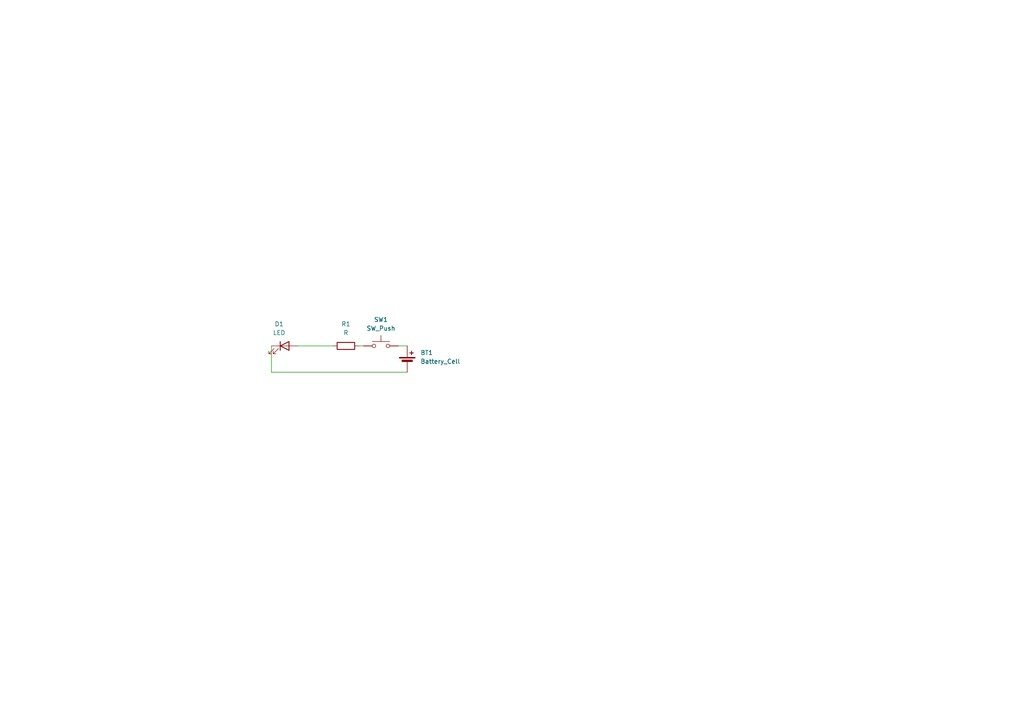
<source format=kicad_sch>
(kicad_sch
	(version 20250114)
	(generator "eeschema")
	(generator_version "9.0")
	(uuid "6a0cc0a2-9975-4205-ad6e-92e0d4b68c0f")
	(paper "A4")
	(lib_symbols
		(symbol "Device:Battery_Cell"
			(pin_numbers
				(hide yes)
			)
			(pin_names
				(offset 0)
				(hide yes)
			)
			(exclude_from_sim no)
			(in_bom yes)
			(on_board yes)
			(property "Reference" "BT"
				(at 2.54 2.54 0)
				(effects
					(font
						(size 1.27 1.27)
					)
					(justify left)
				)
			)
			(property "Value" "Battery_Cell"
				(at 2.54 0 0)
				(effects
					(font
						(size 1.27 1.27)
					)
					(justify left)
				)
			)
			(property "Footprint" ""
				(at 0 1.524 90)
				(effects
					(font
						(size 1.27 1.27)
					)
					(hide yes)
				)
			)
			(property "Datasheet" "~"
				(at 0 1.524 90)
				(effects
					(font
						(size 1.27 1.27)
					)
					(hide yes)
				)
			)
			(property "Description" "Single-cell battery"
				(at 0 0 0)
				(effects
					(font
						(size 1.27 1.27)
					)
					(hide yes)
				)
			)
			(property "ki_keywords" "battery cell"
				(at 0 0 0)
				(effects
					(font
						(size 1.27 1.27)
					)
					(hide yes)
				)
			)
			(symbol "Battery_Cell_0_1"
				(rectangle
					(start -2.286 1.778)
					(end 2.286 1.524)
					(stroke
						(width 0)
						(type default)
					)
					(fill
						(type outline)
					)
				)
				(rectangle
					(start -1.524 1.016)
					(end 1.524 0.508)
					(stroke
						(width 0)
						(type default)
					)
					(fill
						(type outline)
					)
				)
				(polyline
					(pts
						(xy 0 1.778) (xy 0 2.54)
					)
					(stroke
						(width 0)
						(type default)
					)
					(fill
						(type none)
					)
				)
				(polyline
					(pts
						(xy 0 0.762) (xy 0 0)
					)
					(stroke
						(width 0)
						(type default)
					)
					(fill
						(type none)
					)
				)
				(polyline
					(pts
						(xy 0.762 3.048) (xy 1.778 3.048)
					)
					(stroke
						(width 0.254)
						(type default)
					)
					(fill
						(type none)
					)
				)
				(polyline
					(pts
						(xy 1.27 3.556) (xy 1.27 2.54)
					)
					(stroke
						(width 0.254)
						(type default)
					)
					(fill
						(type none)
					)
				)
			)
			(symbol "Battery_Cell_1_1"
				(pin passive line
					(at 0 5.08 270)
					(length 2.54)
					(name "+"
						(effects
							(font
								(size 1.27 1.27)
							)
						)
					)
					(number "1"
						(effects
							(font
								(size 1.27 1.27)
							)
						)
					)
				)
				(pin passive line
					(at 0 -2.54 90)
					(length 2.54)
					(name "-"
						(effects
							(font
								(size 1.27 1.27)
							)
						)
					)
					(number "2"
						(effects
							(font
								(size 1.27 1.27)
							)
						)
					)
				)
			)
			(embedded_fonts no)
		)
		(symbol "Device:LED"
			(pin_numbers
				(hide yes)
			)
			(pin_names
				(offset 1.016)
				(hide yes)
			)
			(exclude_from_sim no)
			(in_bom yes)
			(on_board yes)
			(property "Reference" "D"
				(at 0 2.54 0)
				(effects
					(font
						(size 1.27 1.27)
					)
				)
			)
			(property "Value" "LED"
				(at 0 -2.54 0)
				(effects
					(font
						(size 1.27 1.27)
					)
				)
			)
			(property "Footprint" ""
				(at 0 0 0)
				(effects
					(font
						(size 1.27 1.27)
					)
					(hide yes)
				)
			)
			(property "Datasheet" "~"
				(at 0 0 0)
				(effects
					(font
						(size 1.27 1.27)
					)
					(hide yes)
				)
			)
			(property "Description" "Light emitting diode"
				(at 0 0 0)
				(effects
					(font
						(size 1.27 1.27)
					)
					(hide yes)
				)
			)
			(property "Sim.Pins" "1=K 2=A"
				(at 0 0 0)
				(effects
					(font
						(size 1.27 1.27)
					)
					(hide yes)
				)
			)
			(property "ki_keywords" "LED diode"
				(at 0 0 0)
				(effects
					(font
						(size 1.27 1.27)
					)
					(hide yes)
				)
			)
			(property "ki_fp_filters" "LED* LED_SMD:* LED_THT:*"
				(at 0 0 0)
				(effects
					(font
						(size 1.27 1.27)
					)
					(hide yes)
				)
			)
			(symbol "LED_0_1"
				(polyline
					(pts
						(xy -3.048 -0.762) (xy -4.572 -2.286) (xy -3.81 -2.286) (xy -4.572 -2.286) (xy -4.572 -1.524)
					)
					(stroke
						(width 0)
						(type default)
					)
					(fill
						(type none)
					)
				)
				(polyline
					(pts
						(xy -1.778 -0.762) (xy -3.302 -2.286) (xy -2.54 -2.286) (xy -3.302 -2.286) (xy -3.302 -1.524)
					)
					(stroke
						(width 0)
						(type default)
					)
					(fill
						(type none)
					)
				)
				(polyline
					(pts
						(xy -1.27 0) (xy 1.27 0)
					)
					(stroke
						(width 0)
						(type default)
					)
					(fill
						(type none)
					)
				)
				(polyline
					(pts
						(xy -1.27 -1.27) (xy -1.27 1.27)
					)
					(stroke
						(width 0.254)
						(type default)
					)
					(fill
						(type none)
					)
				)
				(polyline
					(pts
						(xy 1.27 -1.27) (xy 1.27 1.27) (xy -1.27 0) (xy 1.27 -1.27)
					)
					(stroke
						(width 0.254)
						(type default)
					)
					(fill
						(type none)
					)
				)
			)
			(symbol "LED_1_1"
				(pin passive line
					(at -3.81 0 0)
					(length 2.54)
					(name "K"
						(effects
							(font
								(size 1.27 1.27)
							)
						)
					)
					(number "1"
						(effects
							(font
								(size 1.27 1.27)
							)
						)
					)
				)
				(pin passive line
					(at 3.81 0 180)
					(length 2.54)
					(name "A"
						(effects
							(font
								(size 1.27 1.27)
							)
						)
					)
					(number "2"
						(effects
							(font
								(size 1.27 1.27)
							)
						)
					)
				)
			)
			(embedded_fonts no)
		)
		(symbol "Device:R"
			(pin_numbers
				(hide yes)
			)
			(pin_names
				(offset 0)
			)
			(exclude_from_sim no)
			(in_bom yes)
			(on_board yes)
			(property "Reference" "R"
				(at 2.032 0 90)
				(effects
					(font
						(size 1.27 1.27)
					)
				)
			)
			(property "Value" "R"
				(at 0 0 90)
				(effects
					(font
						(size 1.27 1.27)
					)
				)
			)
			(property "Footprint" ""
				(at -1.778 0 90)
				(effects
					(font
						(size 1.27 1.27)
					)
					(hide yes)
				)
			)
			(property "Datasheet" "~"
				(at 0 0 0)
				(effects
					(font
						(size 1.27 1.27)
					)
					(hide yes)
				)
			)
			(property "Description" "Resistor"
				(at 0 0 0)
				(effects
					(font
						(size 1.27 1.27)
					)
					(hide yes)
				)
			)
			(property "ki_keywords" "R res resistor"
				(at 0 0 0)
				(effects
					(font
						(size 1.27 1.27)
					)
					(hide yes)
				)
			)
			(property "ki_fp_filters" "R_*"
				(at 0 0 0)
				(effects
					(font
						(size 1.27 1.27)
					)
					(hide yes)
				)
			)
			(symbol "R_0_1"
				(rectangle
					(start -1.016 -2.54)
					(end 1.016 2.54)
					(stroke
						(width 0.254)
						(type default)
					)
					(fill
						(type none)
					)
				)
			)
			(symbol "R_1_1"
				(pin passive line
					(at 0 3.81 270)
					(length 1.27)
					(name "~"
						(effects
							(font
								(size 1.27 1.27)
							)
						)
					)
					(number "1"
						(effects
							(font
								(size 1.27 1.27)
							)
						)
					)
				)
				(pin passive line
					(at 0 -3.81 90)
					(length 1.27)
					(name "~"
						(effects
							(font
								(size 1.27 1.27)
							)
						)
					)
					(number "2"
						(effects
							(font
								(size 1.27 1.27)
							)
						)
					)
				)
			)
			(embedded_fonts no)
		)
		(symbol "Switch:SW_Push"
			(pin_numbers
				(hide yes)
			)
			(pin_names
				(offset 1.016)
				(hide yes)
			)
			(exclude_from_sim no)
			(in_bom yes)
			(on_board yes)
			(property "Reference" "SW"
				(at 1.27 2.54 0)
				(effects
					(font
						(size 1.27 1.27)
					)
					(justify left)
				)
			)
			(property "Value" "SW_Push"
				(at 0 -1.524 0)
				(effects
					(font
						(size 1.27 1.27)
					)
				)
			)
			(property "Footprint" ""
				(at 0 5.08 0)
				(effects
					(font
						(size 1.27 1.27)
					)
					(hide yes)
				)
			)
			(property "Datasheet" "~"
				(at 0 5.08 0)
				(effects
					(font
						(size 1.27 1.27)
					)
					(hide yes)
				)
			)
			(property "Description" "Push button switch, generic, two pins"
				(at 0 0 0)
				(effects
					(font
						(size 1.27 1.27)
					)
					(hide yes)
				)
			)
			(property "ki_keywords" "switch normally-open pushbutton push-button"
				(at 0 0 0)
				(effects
					(font
						(size 1.27 1.27)
					)
					(hide yes)
				)
			)
			(symbol "SW_Push_0_1"
				(circle
					(center -2.032 0)
					(radius 0.508)
					(stroke
						(width 0)
						(type default)
					)
					(fill
						(type none)
					)
				)
				(polyline
					(pts
						(xy 0 1.27) (xy 0 3.048)
					)
					(stroke
						(width 0)
						(type default)
					)
					(fill
						(type none)
					)
				)
				(circle
					(center 2.032 0)
					(radius 0.508)
					(stroke
						(width 0)
						(type default)
					)
					(fill
						(type none)
					)
				)
				(polyline
					(pts
						(xy 2.54 1.27) (xy -2.54 1.27)
					)
					(stroke
						(width 0)
						(type default)
					)
					(fill
						(type none)
					)
				)
				(pin passive line
					(at -5.08 0 0)
					(length 2.54)
					(name "1"
						(effects
							(font
								(size 1.27 1.27)
							)
						)
					)
					(number "1"
						(effects
							(font
								(size 1.27 1.27)
							)
						)
					)
				)
				(pin passive line
					(at 5.08 0 180)
					(length 2.54)
					(name "2"
						(effects
							(font
								(size 1.27 1.27)
							)
						)
					)
					(number "2"
						(effects
							(font
								(size 1.27 1.27)
							)
						)
					)
				)
			)
			(embedded_fonts no)
		)
	)
	(wire
		(pts
			(xy 78.74 107.95) (xy 118.11 107.95)
		)
		(stroke
			(width 0)
			(type default)
		)
		(uuid "06821ef3-ff9e-429a-a9b2-d755e05f10b5")
	)
	(wire
		(pts
			(xy 115.57 100.33) (xy 118.11 100.33)
		)
		(stroke
			(width 0)
			(type default)
		)
		(uuid "0afa90ae-40dd-47fd-a4eb-459ddb3c834d")
	)
	(wire
		(pts
			(xy 104.14 100.33) (xy 105.41 100.33)
		)
		(stroke
			(width 0)
			(type default)
		)
		(uuid "6cd53424-c717-40c2-ba0c-719cbde53ae8")
	)
	(wire
		(pts
			(xy 78.74 100.33) (xy 78.74 107.95)
		)
		(stroke
			(width 0)
			(type default)
		)
		(uuid "713ad9a1-7e06-4dad-82f4-60809045af22")
	)
	(wire
		(pts
			(xy 86.36 100.33) (xy 96.52 100.33)
		)
		(stroke
			(width 0)
			(type default)
		)
		(uuid "ddf8322c-e79b-4d92-ba31-e8e1413704f3")
	)
	(symbol
		(lib_id "Device:R")
		(at 100.33 100.33 90)
		(unit 1)
		(exclude_from_sim no)
		(in_bom yes)
		(on_board yes)
		(dnp no)
		(fields_autoplaced yes)
		(uuid "17c480b7-d38c-40cd-a815-3d31d0f2c184")
		(property "Reference" "R1"
			(at 100.33 93.98 90)
			(effects
				(font
					(size 1.27 1.27)
				)
			)
		)
		(property "Value" "R"
			(at 100.33 96.52 90)
			(effects
				(font
					(size 1.27 1.27)
				)
			)
		)
		(property "Footprint" "Resistor_THT:R_Axial_DIN0207_L6.3mm_D2.5mm_P7.62mm_Horizontal"
			(at 100.33 102.108 90)
			(effects
				(font
					(size 1.27 1.27)
				)
				(hide yes)
			)
		)
		(property "Datasheet" "~"
			(at 100.33 100.33 0)
			(effects
				(font
					(size 1.27 1.27)
				)
				(hide yes)
			)
		)
		(property "Description" "Resistor"
			(at 100.33 100.33 0)
			(effects
				(font
					(size 1.27 1.27)
				)
				(hide yes)
			)
		)
		(pin "1"
			(uuid "22d39a1a-051e-47c1-a02a-689224412170")
		)
		(pin "2"
			(uuid "628cce44-bc6c-4f35-98a0-77d2d57130d6")
		)
		(instances
			(project ""
				(path "/6a0cc0a2-9975-4205-ad6e-92e0d4b68c0f"
					(reference "R1")
					(unit 1)
				)
			)
		)
	)
	(symbol
		(lib_id "Device:Battery_Cell")
		(at 118.11 105.41 0)
		(unit 1)
		(exclude_from_sim no)
		(in_bom yes)
		(on_board yes)
		(dnp no)
		(fields_autoplaced yes)
		(uuid "1cb0b4dd-dcd0-41d0-a52a-1c4e1789d5f8")
		(property "Reference" "BT1"
			(at 121.92 102.2984 0)
			(effects
				(font
					(size 1.27 1.27)
				)
				(justify left)
			)
		)
		(property "Value" "Battery_Cell"
			(at 121.92 104.8384 0)
			(effects
				(font
					(size 1.27 1.27)
				)
				(justify left)
			)
		)
		(property "Footprint" "Battery:BatteryHolder_Keystone_3034_1x20mm"
			(at 118.11 103.886 90)
			(effects
				(font
					(size 1.27 1.27)
				)
				(hide yes)
			)
		)
		(property "Datasheet" "~"
			(at 118.11 103.886 90)
			(effects
				(font
					(size 1.27 1.27)
				)
				(hide yes)
			)
		)
		(property "Description" "Single-cell battery"
			(at 118.11 105.41 0)
			(effects
				(font
					(size 1.27 1.27)
				)
				(hide yes)
			)
		)
		(pin "2"
			(uuid "2a97fdcb-f99e-4dc7-be0c-a3762b951ad9")
		)
		(pin "1"
			(uuid "cc154e3b-88f6-4615-a593-f0342892c04a")
		)
		(instances
			(project ""
				(path "/6a0cc0a2-9975-4205-ad6e-92e0d4b68c0f"
					(reference "BT1")
					(unit 1)
				)
			)
		)
	)
	(symbol
		(lib_id "Switch:SW_Push")
		(at 110.49 100.33 0)
		(unit 1)
		(exclude_from_sim no)
		(in_bom yes)
		(on_board yes)
		(dnp no)
		(fields_autoplaced yes)
		(uuid "74f264df-72cc-46df-80ca-c111d25e38bb")
		(property "Reference" "SW1"
			(at 110.49 92.71 0)
			(effects
				(font
					(size 1.27 1.27)
				)
			)
		)
		(property "Value" "SW_Push"
			(at 110.49 95.25 0)
			(effects
				(font
					(size 1.27 1.27)
				)
			)
		)
		(property "Footprint" "Button_Switch_THT:SW_PUSH_6mm"
			(at 110.49 95.25 0)
			(effects
				(font
					(size 1.27 1.27)
				)
				(hide yes)
			)
		)
		(property "Datasheet" "~"
			(at 110.49 95.25 0)
			(effects
				(font
					(size 1.27 1.27)
				)
				(hide yes)
			)
		)
		(property "Description" "Push button switch, generic, two pins"
			(at 110.49 100.33 0)
			(effects
				(font
					(size 1.27 1.27)
				)
				(hide yes)
			)
		)
		(pin "1"
			(uuid "ea720081-afcb-4ff4-91c0-441a880055fe")
		)
		(pin "2"
			(uuid "abffd8e0-0ab4-4b5e-bdbc-52c4426fe29c")
		)
		(instances
			(project ""
				(path "/6a0cc0a2-9975-4205-ad6e-92e0d4b68c0f"
					(reference "SW1")
					(unit 1)
				)
			)
		)
	)
	(symbol
		(lib_id "Device:LED")
		(at 82.55 100.33 0)
		(unit 1)
		(exclude_from_sim no)
		(in_bom yes)
		(on_board yes)
		(dnp no)
		(fields_autoplaced yes)
		(uuid "f90d67cf-41a6-466f-bd9c-87ec7a035815")
		(property "Reference" "D1"
			(at 80.9625 93.98 0)
			(effects
				(font
					(size 1.27 1.27)
				)
			)
		)
		(property "Value" "LED"
			(at 80.9625 96.52 0)
			(effects
				(font
					(size 1.27 1.27)
				)
			)
		)
		(property "Footprint" "LED_THT:LED_D5.0mm"
			(at 82.55 100.33 0)
			(effects
				(font
					(size 1.27 1.27)
				)
				(hide yes)
			)
		)
		(property "Datasheet" "~"
			(at 82.55 100.33 0)
			(effects
				(font
					(size 1.27 1.27)
				)
				(hide yes)
			)
		)
		(property "Description" "Light emitting diode"
			(at 82.55 100.33 0)
			(effects
				(font
					(size 1.27 1.27)
				)
				(hide yes)
			)
		)
		(property "Sim.Pins" "1=K 2=A"
			(at 82.55 100.33 0)
			(effects
				(font
					(size 1.27 1.27)
				)
				(hide yes)
			)
		)
		(pin "1"
			(uuid "77f623bf-1a0d-4cc2-a877-6927912e5472")
		)
		(pin "2"
			(uuid "2afb3b69-0fe2-41f8-9055-53568441edc8")
		)
		(instances
			(project ""
				(path "/6a0cc0a2-9975-4205-ad6e-92e0d4b68c0f"
					(reference "D1")
					(unit 1)
				)
			)
		)
	)
	(sheet_instances
		(path "/"
			(page "1")
		)
	)
	(embedded_fonts no)
)

</source>
